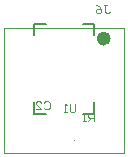
<source format=gbo>
%FSLAX44Y44*%
%MOMM*%
G71*
G01*
G75*
G04 Layer_Color=32896*
%ADD10R,1.2000X0.8000*%
G04:AMPARAMS|DCode=11|XSize=0.6mm|YSize=0.5mm|CornerRadius=0.05mm|HoleSize=0mm|Usage=FLASHONLY|Rotation=180.000|XOffset=0mm|YOffset=0mm|HoleType=Round|Shape=RoundedRectangle|*
%AMROUNDEDRECTD11*
21,1,0.6000,0.4000,0,0,180.0*
21,1,0.5000,0.5000,0,0,180.0*
1,1,0.1000,-0.2500,0.2000*
1,1,0.1000,0.2500,0.2000*
1,1,0.1000,0.2500,-0.2000*
1,1,0.1000,-0.2500,-0.2000*
%
%ADD11ROUNDEDRECTD11*%
%ADD12C,0.1000*%
%ADD13C,0.0800*%
%ADD14C,0.5000*%
%ADD15C,0.2000*%
%ADD16C,0.3000*%
%ADD17C,0.0750*%
%ADD18R,1.5000X1.5000*%
%ADD19C,1.5000*%
%ADD20C,0.3500*%
%ADD21C,0.4500*%
%ADD22C,0.2000*%
%ADD23C,0.0500*%
%ADD24C,0.6000*%
%ADD25C,0.2500*%
%ADD26C,0.1000*%
%ADD27C,0.2000*%
D12*
X72250Y28240D02*
G03*
X72250Y28240I-500J0D01*
G01*
X96983Y143010D02*
X99316D01*
X98149D01*
Y137179D01*
X99316Y136012D01*
X100482D01*
X101648Y137179D01*
X89985Y143010D02*
X92318Y141844D01*
X94650Y139511D01*
Y137179D01*
X93484Y136012D01*
X91152D01*
X89985Y137179D01*
Y138345D01*
X91152Y139511D01*
X94650D01*
X72438Y59190D02*
Y53359D01*
X71272Y52192D01*
X68939D01*
X67773Y53359D01*
Y59190D01*
X65441Y52192D02*
X63108D01*
X64274D01*
Y59190D01*
X65441Y58024D01*
X46183Y60056D02*
X47349Y61222D01*
X49682D01*
X50848Y60056D01*
Y55391D01*
X49682Y54224D01*
X47349D01*
X46183Y55391D01*
X39185Y54224D02*
X43850D01*
X39185Y58889D01*
Y60056D01*
X40352Y61222D01*
X42684D01*
X43850Y60056D01*
X88440Y44318D02*
Y51316D01*
X84941D01*
X83775Y50150D01*
Y47817D01*
X84941Y46651D01*
X88440D01*
X86108D02*
X83775Y44318D01*
X81442D02*
X79110D01*
X80276D01*
Y51316D01*
X81442Y50150D01*
X12000Y17660D02*
Y122950D01*
X114000Y17660D02*
Y122950D01*
X12000Y17660D02*
X114000D01*
X12000Y122950D02*
X114000D01*
D15*
X38100Y127000D02*
X48100D01*
X38100Y117000D02*
Y127000D01*
X78900D02*
X88900D01*
Y117000D02*
Y127000D01*
Y50800D02*
Y60800D01*
X78900Y50800D02*
X88900D01*
X38100D02*
X48100D01*
X38100D02*
Y60800D01*
D24*
X99700Y114300D02*
G03*
X99700Y114300I-3000J0D01*
G01*
M02*

</source>
